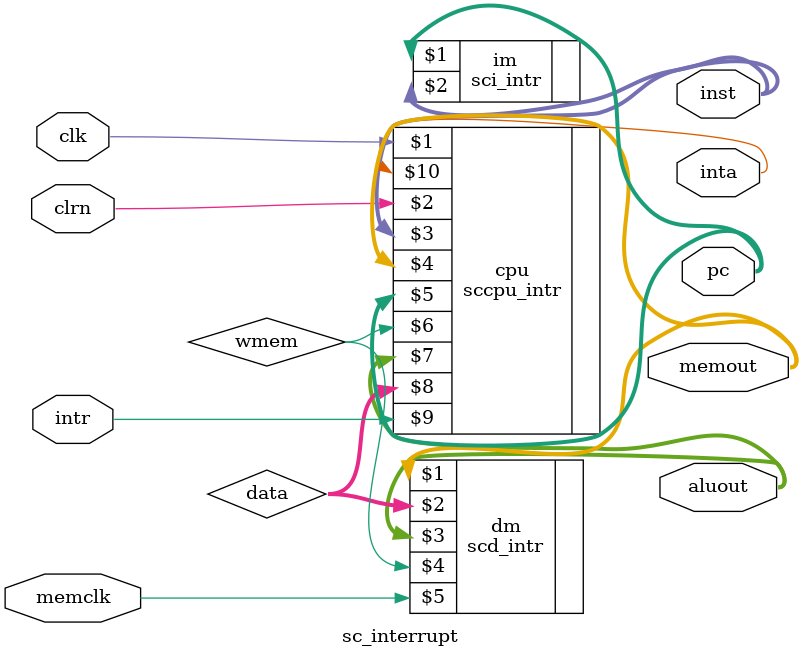
<source format=v>
/************************************************
  The Verilog HDL code example is from the book
  Computer Principles and Design in Verilog HDL
  by Yamin Li, published by A JOHN WILEY & SONS
************************************************/
module sc_interrupt (clk,clrn,inst,pc,aluout,memout,memclk,intr,inta);
    input         clk, clrn;                      // clock and reset
    input         memclk;                         // synch ram clock
    input         intr;                           // interrupt request
    output        inta;                           // interrupt acknowledge
    output [31:0] pc;                             // program counter
    output [31:0] inst;                           // instruction
    output [31:0] aluout;                         // alu output
    output [31:0] memout;                         // data memory output
    wire   [31:0] data;                           // data to data memory
    wire          wmem;                           // write data memory
    sccpu_intr cpu (clk,clrn,inst,memout,pc,wmem,aluout,data,intr,inta);
    sci_intr im (pc,inst);                        // inst memory
    scd_intr dm (memout,data,aluout,wmem,memclk); // data memory
endmodule

</source>
